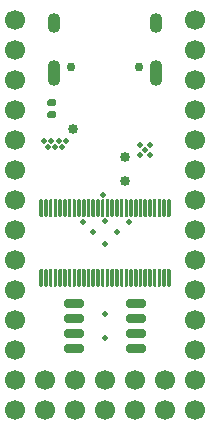
<source format=gbr>
G04 #@! TF.GenerationSoftware,KiCad,Pcbnew,5.1.9-1.fc33*
G04 #@! TF.CreationDate,2021-03-04T21:04:25+01:00*
G04 #@! TF.ProjectId,reDIP-SID,72654449-502d-4534-9944-2e6b69636164,0.1*
G04 #@! TF.SameCoordinates,PX5e28010PY8011a50*
G04 #@! TF.FileFunction,Soldermask,Bot*
G04 #@! TF.FilePolarity,Negative*
%FSLAX46Y46*%
G04 Gerber Fmt 4.6, Leading zero omitted, Abs format (unit mm)*
G04 Created by KiCad (PCBNEW 5.1.9-1.fc33) date 2021-03-04 21:04:25*
%MOMM*%
%LPD*%
G01*
G04 APERTURE LIST*
%ADD10C,0.500000*%
%ADD11O,1.100000X2.200000*%
%ADD12C,0.750000*%
%ADD13O,1.100000X1.700000*%
%ADD14C,1.700000*%
%ADD15C,0.850000*%
G04 APERTURE END LIST*
G36*
G01*
X3640000Y13115000D02*
X3640000Y11765000D01*
G75*
G02*
X3565000Y11690000I-75000J0D01*
G01*
X3415000Y11690000D01*
G75*
G02*
X3340000Y11765000I0J75000D01*
G01*
X3340000Y13115000D01*
G75*
G02*
X3415000Y13190000I75000J0D01*
G01*
X3565000Y13190000D01*
G75*
G02*
X3640000Y13115000I0J-75000D01*
G01*
G37*
G36*
G01*
X3640000Y19015000D02*
X3640000Y17665000D01*
G75*
G02*
X3565000Y17590000I-75000J0D01*
G01*
X3415000Y17590000D01*
G75*
G02*
X3340000Y17665000I0J75000D01*
G01*
X3340000Y19015000D01*
G75*
G02*
X3415000Y19090000I75000J0D01*
G01*
X3565000Y19090000D01*
G75*
G02*
X3640000Y19015000I0J-75000D01*
G01*
G37*
G36*
G01*
X4040000Y13115000D02*
X4040000Y11765000D01*
G75*
G02*
X3965000Y11690000I-75000J0D01*
G01*
X3815000Y11690000D01*
G75*
G02*
X3740000Y11765000I0J75000D01*
G01*
X3740000Y13115000D01*
G75*
G02*
X3815000Y13190000I75000J0D01*
G01*
X3965000Y13190000D01*
G75*
G02*
X4040000Y13115000I0J-75000D01*
G01*
G37*
G36*
G01*
X4040000Y19015000D02*
X4040000Y17665000D01*
G75*
G02*
X3965000Y17590000I-75000J0D01*
G01*
X3815000Y17590000D01*
G75*
G02*
X3740000Y17665000I0J75000D01*
G01*
X3740000Y19015000D01*
G75*
G02*
X3815000Y19090000I75000J0D01*
G01*
X3965000Y19090000D01*
G75*
G02*
X4040000Y19015000I0J-75000D01*
G01*
G37*
G36*
G01*
X4440000Y13115000D02*
X4440000Y11765000D01*
G75*
G02*
X4365000Y11690000I-75000J0D01*
G01*
X4215000Y11690000D01*
G75*
G02*
X4140000Y11765000I0J75000D01*
G01*
X4140000Y13115000D01*
G75*
G02*
X4215000Y13190000I75000J0D01*
G01*
X4365000Y13190000D01*
G75*
G02*
X4440000Y13115000I0J-75000D01*
G01*
G37*
G36*
G01*
X4440000Y19015000D02*
X4440000Y17665000D01*
G75*
G02*
X4365000Y17590000I-75000J0D01*
G01*
X4215000Y17590000D01*
G75*
G02*
X4140000Y17665000I0J75000D01*
G01*
X4140000Y19015000D01*
G75*
G02*
X4215000Y19090000I75000J0D01*
G01*
X4365000Y19090000D01*
G75*
G02*
X4440000Y19015000I0J-75000D01*
G01*
G37*
G36*
G01*
X4840000Y13115000D02*
X4840000Y11765000D01*
G75*
G02*
X4765000Y11690000I-75000J0D01*
G01*
X4615000Y11690000D01*
G75*
G02*
X4540000Y11765000I0J75000D01*
G01*
X4540000Y13115000D01*
G75*
G02*
X4615000Y13190000I75000J0D01*
G01*
X4765000Y13190000D01*
G75*
G02*
X4840000Y13115000I0J-75000D01*
G01*
G37*
G36*
G01*
X4840000Y19015000D02*
X4840000Y17665000D01*
G75*
G02*
X4765000Y17590000I-75000J0D01*
G01*
X4615000Y17590000D01*
G75*
G02*
X4540000Y17665000I0J75000D01*
G01*
X4540000Y19015000D01*
G75*
G02*
X4615000Y19090000I75000J0D01*
G01*
X4765000Y19090000D01*
G75*
G02*
X4840000Y19015000I0J-75000D01*
G01*
G37*
G36*
G01*
X5240000Y13115000D02*
X5240000Y11765000D01*
G75*
G02*
X5165000Y11690000I-75000J0D01*
G01*
X5015000Y11690000D01*
G75*
G02*
X4940000Y11765000I0J75000D01*
G01*
X4940000Y13115000D01*
G75*
G02*
X5015000Y13190000I75000J0D01*
G01*
X5165000Y13190000D01*
G75*
G02*
X5240000Y13115000I0J-75000D01*
G01*
G37*
G36*
G01*
X5240000Y19015000D02*
X5240000Y17665000D01*
G75*
G02*
X5165000Y17590000I-75000J0D01*
G01*
X5015000Y17590000D01*
G75*
G02*
X4940000Y17665000I0J75000D01*
G01*
X4940000Y19015000D01*
G75*
G02*
X5015000Y19090000I75000J0D01*
G01*
X5165000Y19090000D01*
G75*
G02*
X5240000Y19015000I0J-75000D01*
G01*
G37*
G36*
G01*
X5640000Y13115000D02*
X5640000Y11765000D01*
G75*
G02*
X5565000Y11690000I-75000J0D01*
G01*
X5415000Y11690000D01*
G75*
G02*
X5340000Y11765000I0J75000D01*
G01*
X5340000Y13115000D01*
G75*
G02*
X5415000Y13190000I75000J0D01*
G01*
X5565000Y13190000D01*
G75*
G02*
X5640000Y13115000I0J-75000D01*
G01*
G37*
G36*
G01*
X5640000Y19015000D02*
X5640000Y17665000D01*
G75*
G02*
X5565000Y17590000I-75000J0D01*
G01*
X5415000Y17590000D01*
G75*
G02*
X5340000Y17665000I0J75000D01*
G01*
X5340000Y19015000D01*
G75*
G02*
X5415000Y19090000I75000J0D01*
G01*
X5565000Y19090000D01*
G75*
G02*
X5640000Y19015000I0J-75000D01*
G01*
G37*
G36*
G01*
X6040000Y13115000D02*
X6040000Y11765000D01*
G75*
G02*
X5965000Y11690000I-75000J0D01*
G01*
X5815000Y11690000D01*
G75*
G02*
X5740000Y11765000I0J75000D01*
G01*
X5740000Y13115000D01*
G75*
G02*
X5815000Y13190000I75000J0D01*
G01*
X5965000Y13190000D01*
G75*
G02*
X6040000Y13115000I0J-75000D01*
G01*
G37*
G36*
G01*
X6040000Y19015000D02*
X6040000Y17665000D01*
G75*
G02*
X5965000Y17590000I-75000J0D01*
G01*
X5815000Y17590000D01*
G75*
G02*
X5740000Y17665000I0J75000D01*
G01*
X5740000Y19015000D01*
G75*
G02*
X5815000Y19090000I75000J0D01*
G01*
X5965000Y19090000D01*
G75*
G02*
X6040000Y19015000I0J-75000D01*
G01*
G37*
G36*
G01*
X6440000Y13115000D02*
X6440000Y11765000D01*
G75*
G02*
X6365000Y11690000I-75000J0D01*
G01*
X6215000Y11690000D01*
G75*
G02*
X6140000Y11765000I0J75000D01*
G01*
X6140000Y13115000D01*
G75*
G02*
X6215000Y13190000I75000J0D01*
G01*
X6365000Y13190000D01*
G75*
G02*
X6440000Y13115000I0J-75000D01*
G01*
G37*
G36*
G01*
X6440000Y19015000D02*
X6440000Y17665000D01*
G75*
G02*
X6365000Y17590000I-75000J0D01*
G01*
X6215000Y17590000D01*
G75*
G02*
X6140000Y17665000I0J75000D01*
G01*
X6140000Y19015000D01*
G75*
G02*
X6215000Y19090000I75000J0D01*
G01*
X6365000Y19090000D01*
G75*
G02*
X6440000Y19015000I0J-75000D01*
G01*
G37*
G36*
G01*
X6840000Y13115000D02*
X6840000Y11765000D01*
G75*
G02*
X6765000Y11690000I-75000J0D01*
G01*
X6615000Y11690000D01*
G75*
G02*
X6540000Y11765000I0J75000D01*
G01*
X6540000Y13115000D01*
G75*
G02*
X6615000Y13190000I75000J0D01*
G01*
X6765000Y13190000D01*
G75*
G02*
X6840000Y13115000I0J-75000D01*
G01*
G37*
G36*
G01*
X6840000Y19015000D02*
X6840000Y17665000D01*
G75*
G02*
X6765000Y17590000I-75000J0D01*
G01*
X6615000Y17590000D01*
G75*
G02*
X6540000Y17665000I0J75000D01*
G01*
X6540000Y19015000D01*
G75*
G02*
X6615000Y19090000I75000J0D01*
G01*
X6765000Y19090000D01*
G75*
G02*
X6840000Y19015000I0J-75000D01*
G01*
G37*
G36*
G01*
X7240000Y13115000D02*
X7240000Y11765000D01*
G75*
G02*
X7165000Y11690000I-75000J0D01*
G01*
X7015000Y11690000D01*
G75*
G02*
X6940000Y11765000I0J75000D01*
G01*
X6940000Y13115000D01*
G75*
G02*
X7015000Y13190000I75000J0D01*
G01*
X7165000Y13190000D01*
G75*
G02*
X7240000Y13115000I0J-75000D01*
G01*
G37*
G36*
G01*
X7240000Y19015000D02*
X7240000Y17665000D01*
G75*
G02*
X7165000Y17590000I-75000J0D01*
G01*
X7015000Y17590000D01*
G75*
G02*
X6940000Y17665000I0J75000D01*
G01*
X6940000Y19015000D01*
G75*
G02*
X7015000Y19090000I75000J0D01*
G01*
X7165000Y19090000D01*
G75*
G02*
X7240000Y19015000I0J-75000D01*
G01*
G37*
G36*
G01*
X7640000Y13115000D02*
X7640000Y11765000D01*
G75*
G02*
X7565000Y11690000I-75000J0D01*
G01*
X7415000Y11690000D01*
G75*
G02*
X7340000Y11765000I0J75000D01*
G01*
X7340000Y13115000D01*
G75*
G02*
X7415000Y13190000I75000J0D01*
G01*
X7565000Y13190000D01*
G75*
G02*
X7640000Y13115000I0J-75000D01*
G01*
G37*
G36*
G01*
X7640000Y19015000D02*
X7640000Y17665000D01*
G75*
G02*
X7565000Y17590000I-75000J0D01*
G01*
X7415000Y17590000D01*
G75*
G02*
X7340000Y17665000I0J75000D01*
G01*
X7340000Y19015000D01*
G75*
G02*
X7415000Y19090000I75000J0D01*
G01*
X7565000Y19090000D01*
G75*
G02*
X7640000Y19015000I0J-75000D01*
G01*
G37*
G36*
G01*
X8040000Y13115000D02*
X8040000Y11765000D01*
G75*
G02*
X7965000Y11690000I-75000J0D01*
G01*
X7815000Y11690000D01*
G75*
G02*
X7740000Y11765000I0J75000D01*
G01*
X7740000Y13115000D01*
G75*
G02*
X7815000Y13190000I75000J0D01*
G01*
X7965000Y13190000D01*
G75*
G02*
X8040000Y13115000I0J-75000D01*
G01*
G37*
G36*
G01*
X8040000Y19015000D02*
X8040000Y17665000D01*
G75*
G02*
X7965000Y17590000I-75000J0D01*
G01*
X7815000Y17590000D01*
G75*
G02*
X7740000Y17665000I0J75000D01*
G01*
X7740000Y19015000D01*
G75*
G02*
X7815000Y19090000I75000J0D01*
G01*
X7965000Y19090000D01*
G75*
G02*
X8040000Y19015000I0J-75000D01*
G01*
G37*
G36*
G01*
X8440000Y13115000D02*
X8440000Y11765000D01*
G75*
G02*
X8365000Y11690000I-75000J0D01*
G01*
X8215000Y11690000D01*
G75*
G02*
X8140000Y11765000I0J75000D01*
G01*
X8140000Y13115000D01*
G75*
G02*
X8215000Y13190000I75000J0D01*
G01*
X8365000Y13190000D01*
G75*
G02*
X8440000Y13115000I0J-75000D01*
G01*
G37*
G36*
G01*
X8440000Y19015000D02*
X8440000Y17665000D01*
G75*
G02*
X8365000Y17590000I-75000J0D01*
G01*
X8215000Y17590000D01*
G75*
G02*
X8140000Y17665000I0J75000D01*
G01*
X8140000Y19015000D01*
G75*
G02*
X8215000Y19090000I75000J0D01*
G01*
X8365000Y19090000D01*
G75*
G02*
X8440000Y19015000I0J-75000D01*
G01*
G37*
G36*
G01*
X8840000Y13115000D02*
X8840000Y11765000D01*
G75*
G02*
X8765000Y11690000I-75000J0D01*
G01*
X8615000Y11690000D01*
G75*
G02*
X8540000Y11765000I0J75000D01*
G01*
X8540000Y13115000D01*
G75*
G02*
X8615000Y13190000I75000J0D01*
G01*
X8765000Y13190000D01*
G75*
G02*
X8840000Y13115000I0J-75000D01*
G01*
G37*
G36*
G01*
X8840000Y19015000D02*
X8840000Y17665000D01*
G75*
G02*
X8765000Y17590000I-75000J0D01*
G01*
X8615000Y17590000D01*
G75*
G02*
X8540000Y17665000I0J75000D01*
G01*
X8540000Y19015000D01*
G75*
G02*
X8615000Y19090000I75000J0D01*
G01*
X8765000Y19090000D01*
G75*
G02*
X8840000Y19015000I0J-75000D01*
G01*
G37*
G36*
G01*
X9240000Y13115000D02*
X9240000Y11765000D01*
G75*
G02*
X9165000Y11690000I-75000J0D01*
G01*
X9015000Y11690000D01*
G75*
G02*
X8940000Y11765000I0J75000D01*
G01*
X8940000Y13115000D01*
G75*
G02*
X9015000Y13190000I75000J0D01*
G01*
X9165000Y13190000D01*
G75*
G02*
X9240000Y13115000I0J-75000D01*
G01*
G37*
G36*
G01*
X9240000Y19015000D02*
X9240000Y17665000D01*
G75*
G02*
X9165000Y17590000I-75000J0D01*
G01*
X9015000Y17590000D01*
G75*
G02*
X8940000Y17665000I0J75000D01*
G01*
X8940000Y19015000D01*
G75*
G02*
X9015000Y19090000I75000J0D01*
G01*
X9165000Y19090000D01*
G75*
G02*
X9240000Y19015000I0J-75000D01*
G01*
G37*
G36*
G01*
X9640000Y13115000D02*
X9640000Y11765000D01*
G75*
G02*
X9565000Y11690000I-75000J0D01*
G01*
X9415000Y11690000D01*
G75*
G02*
X9340000Y11765000I0J75000D01*
G01*
X9340000Y13115000D01*
G75*
G02*
X9415000Y13190000I75000J0D01*
G01*
X9565000Y13190000D01*
G75*
G02*
X9640000Y13115000I0J-75000D01*
G01*
G37*
G36*
G01*
X9640000Y19015000D02*
X9640000Y17665000D01*
G75*
G02*
X9565000Y17590000I-75000J0D01*
G01*
X9415000Y17590000D01*
G75*
G02*
X9340000Y17665000I0J75000D01*
G01*
X9340000Y19015000D01*
G75*
G02*
X9415000Y19090000I75000J0D01*
G01*
X9565000Y19090000D01*
G75*
G02*
X9640000Y19015000I0J-75000D01*
G01*
G37*
G36*
G01*
X10040000Y13115000D02*
X10040000Y11765000D01*
G75*
G02*
X9965000Y11690000I-75000J0D01*
G01*
X9815000Y11690000D01*
G75*
G02*
X9740000Y11765000I0J75000D01*
G01*
X9740000Y13115000D01*
G75*
G02*
X9815000Y13190000I75000J0D01*
G01*
X9965000Y13190000D01*
G75*
G02*
X10040000Y13115000I0J-75000D01*
G01*
G37*
G36*
G01*
X10040000Y19015000D02*
X10040000Y17665000D01*
G75*
G02*
X9965000Y17590000I-75000J0D01*
G01*
X9815000Y17590000D01*
G75*
G02*
X9740000Y17665000I0J75000D01*
G01*
X9740000Y19015000D01*
G75*
G02*
X9815000Y19090000I75000J0D01*
G01*
X9965000Y19090000D01*
G75*
G02*
X10040000Y19015000I0J-75000D01*
G01*
G37*
G36*
G01*
X10440000Y13115000D02*
X10440000Y11765000D01*
G75*
G02*
X10365000Y11690000I-75000J0D01*
G01*
X10215000Y11690000D01*
G75*
G02*
X10140000Y11765000I0J75000D01*
G01*
X10140000Y13115000D01*
G75*
G02*
X10215000Y13190000I75000J0D01*
G01*
X10365000Y13190000D01*
G75*
G02*
X10440000Y13115000I0J-75000D01*
G01*
G37*
G36*
G01*
X10440000Y19015000D02*
X10440000Y17665000D01*
G75*
G02*
X10365000Y17590000I-75000J0D01*
G01*
X10215000Y17590000D01*
G75*
G02*
X10140000Y17665000I0J75000D01*
G01*
X10140000Y19015000D01*
G75*
G02*
X10215000Y19090000I75000J0D01*
G01*
X10365000Y19090000D01*
G75*
G02*
X10440000Y19015000I0J-75000D01*
G01*
G37*
G36*
G01*
X10840000Y13115000D02*
X10840000Y11765000D01*
G75*
G02*
X10765000Y11690000I-75000J0D01*
G01*
X10615000Y11690000D01*
G75*
G02*
X10540000Y11765000I0J75000D01*
G01*
X10540000Y13115000D01*
G75*
G02*
X10615000Y13190000I75000J0D01*
G01*
X10765000Y13190000D01*
G75*
G02*
X10840000Y13115000I0J-75000D01*
G01*
G37*
G36*
G01*
X10840000Y19015000D02*
X10840000Y17665000D01*
G75*
G02*
X10765000Y17590000I-75000J0D01*
G01*
X10615000Y17590000D01*
G75*
G02*
X10540000Y17665000I0J75000D01*
G01*
X10540000Y19015000D01*
G75*
G02*
X10615000Y19090000I75000J0D01*
G01*
X10765000Y19090000D01*
G75*
G02*
X10840000Y19015000I0J-75000D01*
G01*
G37*
G36*
G01*
X11240000Y13115000D02*
X11240000Y11765000D01*
G75*
G02*
X11165000Y11690000I-75000J0D01*
G01*
X11015000Y11690000D01*
G75*
G02*
X10940000Y11765000I0J75000D01*
G01*
X10940000Y13115000D01*
G75*
G02*
X11015000Y13190000I75000J0D01*
G01*
X11165000Y13190000D01*
G75*
G02*
X11240000Y13115000I0J-75000D01*
G01*
G37*
G36*
G01*
X11240000Y19015000D02*
X11240000Y17665000D01*
G75*
G02*
X11165000Y17590000I-75000J0D01*
G01*
X11015000Y17590000D01*
G75*
G02*
X10940000Y17665000I0J75000D01*
G01*
X10940000Y19015000D01*
G75*
G02*
X11015000Y19090000I75000J0D01*
G01*
X11165000Y19090000D01*
G75*
G02*
X11240000Y19015000I0J-75000D01*
G01*
G37*
G36*
G01*
X11640000Y13115000D02*
X11640000Y11765000D01*
G75*
G02*
X11565000Y11690000I-75000J0D01*
G01*
X11415000Y11690000D01*
G75*
G02*
X11340000Y11765000I0J75000D01*
G01*
X11340000Y13115000D01*
G75*
G02*
X11415000Y13190000I75000J0D01*
G01*
X11565000Y13190000D01*
G75*
G02*
X11640000Y13115000I0J-75000D01*
G01*
G37*
G36*
G01*
X11640000Y19015000D02*
X11640000Y17665000D01*
G75*
G02*
X11565000Y17590000I-75000J0D01*
G01*
X11415000Y17590000D01*
G75*
G02*
X11340000Y17665000I0J75000D01*
G01*
X11340000Y19015000D01*
G75*
G02*
X11415000Y19090000I75000J0D01*
G01*
X11565000Y19090000D01*
G75*
G02*
X11640000Y19015000I0J-75000D01*
G01*
G37*
G36*
G01*
X12040000Y13115000D02*
X12040000Y11765000D01*
G75*
G02*
X11965000Y11690000I-75000J0D01*
G01*
X11815000Y11690000D01*
G75*
G02*
X11740000Y11765000I0J75000D01*
G01*
X11740000Y13115000D01*
G75*
G02*
X11815000Y13190000I75000J0D01*
G01*
X11965000Y13190000D01*
G75*
G02*
X12040000Y13115000I0J-75000D01*
G01*
G37*
G36*
G01*
X12040000Y19015000D02*
X12040000Y17665000D01*
G75*
G02*
X11965000Y17590000I-75000J0D01*
G01*
X11815000Y17590000D01*
G75*
G02*
X11740000Y17665000I0J75000D01*
G01*
X11740000Y19015000D01*
G75*
G02*
X11815000Y19090000I75000J0D01*
G01*
X11965000Y19090000D01*
G75*
G02*
X12040000Y19015000I0J-75000D01*
G01*
G37*
G36*
G01*
X12440000Y13115000D02*
X12440000Y11765000D01*
G75*
G02*
X12365000Y11690000I-75000J0D01*
G01*
X12215000Y11690000D01*
G75*
G02*
X12140000Y11765000I0J75000D01*
G01*
X12140000Y13115000D01*
G75*
G02*
X12215000Y13190000I75000J0D01*
G01*
X12365000Y13190000D01*
G75*
G02*
X12440000Y13115000I0J-75000D01*
G01*
G37*
G36*
G01*
X12440000Y19015000D02*
X12440000Y17665000D01*
G75*
G02*
X12365000Y17590000I-75000J0D01*
G01*
X12215000Y17590000D01*
G75*
G02*
X12140000Y17665000I0J75000D01*
G01*
X12140000Y19015000D01*
G75*
G02*
X12215000Y19090000I75000J0D01*
G01*
X12365000Y19090000D01*
G75*
G02*
X12440000Y19015000I0J-75000D01*
G01*
G37*
G36*
G01*
X12840000Y13115000D02*
X12840000Y11765000D01*
G75*
G02*
X12765000Y11690000I-75000J0D01*
G01*
X12615000Y11690000D01*
G75*
G02*
X12540000Y11765000I0J75000D01*
G01*
X12540000Y13115000D01*
G75*
G02*
X12615000Y13190000I75000J0D01*
G01*
X12765000Y13190000D01*
G75*
G02*
X12840000Y13115000I0J-75000D01*
G01*
G37*
G36*
G01*
X12840000Y19015000D02*
X12840000Y17665000D01*
G75*
G02*
X12765000Y17590000I-75000J0D01*
G01*
X12615000Y17590000D01*
G75*
G02*
X12540000Y17665000I0J75000D01*
G01*
X12540000Y19015000D01*
G75*
G02*
X12615000Y19090000I75000J0D01*
G01*
X12765000Y19090000D01*
G75*
G02*
X12840000Y19015000I0J-75000D01*
G01*
G37*
G36*
G01*
X13240000Y13115000D02*
X13240000Y11765000D01*
G75*
G02*
X13165000Y11690000I-75000J0D01*
G01*
X13015000Y11690000D01*
G75*
G02*
X12940000Y11765000I0J75000D01*
G01*
X12940000Y13115000D01*
G75*
G02*
X13015000Y13190000I75000J0D01*
G01*
X13165000Y13190000D01*
G75*
G02*
X13240000Y13115000I0J-75000D01*
G01*
G37*
G36*
G01*
X13240000Y19015000D02*
X13240000Y17665000D01*
G75*
G02*
X13165000Y17590000I-75000J0D01*
G01*
X13015000Y17590000D01*
G75*
G02*
X12940000Y17665000I0J75000D01*
G01*
X12940000Y19015000D01*
G75*
G02*
X13015000Y19090000I75000J0D01*
G01*
X13165000Y19090000D01*
G75*
G02*
X13240000Y19015000I0J-75000D01*
G01*
G37*
G36*
G01*
X13640000Y13115000D02*
X13640000Y11765000D01*
G75*
G02*
X13565000Y11690000I-75000J0D01*
G01*
X13415000Y11690000D01*
G75*
G02*
X13340000Y11765000I0J75000D01*
G01*
X13340000Y13115000D01*
G75*
G02*
X13415000Y13190000I75000J0D01*
G01*
X13565000Y13190000D01*
G75*
G02*
X13640000Y13115000I0J-75000D01*
G01*
G37*
G36*
G01*
X13640000Y19015000D02*
X13640000Y17665000D01*
G75*
G02*
X13565000Y17590000I-75000J0D01*
G01*
X13415000Y17590000D01*
G75*
G02*
X13340000Y17665000I0J75000D01*
G01*
X13340000Y19015000D01*
G75*
G02*
X13415000Y19090000I75000J0D01*
G01*
X13565000Y19090000D01*
G75*
G02*
X13640000Y19015000I0J-75000D01*
G01*
G37*
G36*
G01*
X14040000Y13115000D02*
X14040000Y11765000D01*
G75*
G02*
X13965000Y11690000I-75000J0D01*
G01*
X13815000Y11690000D01*
G75*
G02*
X13740000Y11765000I0J75000D01*
G01*
X13740000Y13115000D01*
G75*
G02*
X13815000Y13190000I75000J0D01*
G01*
X13965000Y13190000D01*
G75*
G02*
X14040000Y13115000I0J-75000D01*
G01*
G37*
G36*
G01*
X14040000Y19015000D02*
X14040000Y17665000D01*
G75*
G02*
X13965000Y17590000I-75000J0D01*
G01*
X13815000Y17590000D01*
G75*
G02*
X13740000Y17665000I0J75000D01*
G01*
X13740000Y19015000D01*
G75*
G02*
X13815000Y19090000I75000J0D01*
G01*
X13965000Y19090000D01*
G75*
G02*
X14040000Y19015000I0J-75000D01*
G01*
G37*
G36*
G01*
X14440000Y13115000D02*
X14440000Y11765000D01*
G75*
G02*
X14365000Y11690000I-75000J0D01*
G01*
X14215000Y11690000D01*
G75*
G02*
X14140000Y11765000I0J75000D01*
G01*
X14140000Y13115000D01*
G75*
G02*
X14215000Y13190000I75000J0D01*
G01*
X14365000Y13190000D01*
G75*
G02*
X14440000Y13115000I0J-75000D01*
G01*
G37*
G36*
G01*
X14440000Y19015000D02*
X14440000Y17665000D01*
G75*
G02*
X14365000Y17590000I-75000J0D01*
G01*
X14215000Y17590000D01*
G75*
G02*
X14140000Y17665000I0J75000D01*
G01*
X14140000Y19015000D01*
G75*
G02*
X14215000Y19090000I75000J0D01*
G01*
X14365000Y19090000D01*
G75*
G02*
X14440000Y19015000I0J-75000D01*
G01*
G37*
D10*
X12270000Y23250000D03*
G36*
G01*
X4160000Y26570000D02*
X4580000Y26570000D01*
G75*
G02*
X4740000Y26410000I0J-160000D01*
G01*
X4740000Y26090000D01*
G75*
G02*
X4580000Y25930000I-160000J0D01*
G01*
X4160000Y25930000D01*
G75*
G02*
X4000000Y26090000I0J160000D01*
G01*
X4000000Y26410000D01*
G75*
G02*
X4160000Y26570000I160000J0D01*
G01*
G37*
G36*
G01*
X4160000Y27590000D02*
X4580000Y27590000D01*
G75*
G02*
X4740000Y27430000I0J-160000D01*
G01*
X4740000Y27110000D01*
G75*
G02*
X4580000Y26950000I-160000J0D01*
G01*
X4160000Y26950000D01*
G75*
G02*
X4000000Y27110000I0J160000D01*
G01*
X4000000Y27430000D01*
G75*
G02*
X4160000Y27590000I160000J0D01*
G01*
G37*
D11*
X4570000Y29790000D03*
X13210000Y29790000D03*
D12*
X11780000Y30320000D03*
D13*
X13210000Y33970000D03*
D12*
X6000000Y30320000D03*
D13*
X4570000Y33970000D03*
D10*
X8890000Y7360000D03*
X4650000Y23520000D03*
X4050000Y23520000D03*
X3750000Y24040000D03*
X4350000Y24040000D03*
X4950000Y24040000D03*
X5250000Y23520000D03*
X5550000Y24040000D03*
X7000000Y17180000D03*
X8890000Y9360000D03*
X12700000Y23670000D03*
X11850000Y23680000D03*
X12700000Y22830000D03*
X11850000Y22830000D03*
X8890000Y15290000D03*
X9890000Y16300000D03*
X10900000Y17180000D03*
X8740000Y19450000D03*
X8890000Y17280000D03*
X7900000Y16300000D03*
D14*
X16510000Y1270000D03*
X16510000Y3810000D03*
X16510000Y6350000D03*
X16510000Y8890000D03*
X16510000Y11430000D03*
X16510000Y13970000D03*
X16510000Y16510000D03*
X16510000Y19050000D03*
X16510000Y21590000D03*
X16510000Y24130000D03*
X3810000Y1270000D03*
X3810000Y3810000D03*
X6350000Y1270000D03*
X6350000Y3810000D03*
X8890000Y1270000D03*
X8890000Y3810000D03*
X11430000Y1270000D03*
X11430000Y3810000D03*
X13970000Y1270000D03*
X13970000Y3810000D03*
X1270000Y1270000D03*
X1270000Y3810000D03*
X1270000Y6350000D03*
X1270000Y8890000D03*
X1270000Y11430000D03*
X1270000Y13970000D03*
X1270000Y16510000D03*
X1270000Y19050000D03*
X1270000Y21590000D03*
X1270000Y24130000D03*
G36*
G01*
X10640000Y6280000D02*
X10640000Y6630000D01*
G75*
G02*
X10815000Y6805000I175000J0D01*
G01*
X12215000Y6805000D01*
G75*
G02*
X12390000Y6630000I0J-175000D01*
G01*
X12390000Y6280000D01*
G75*
G02*
X12215000Y6105000I-175000J0D01*
G01*
X10815000Y6105000D01*
G75*
G02*
X10640000Y6280000I0J175000D01*
G01*
G37*
G36*
G01*
X10640000Y7550000D02*
X10640000Y7900000D01*
G75*
G02*
X10815000Y8075000I175000J0D01*
G01*
X12215000Y8075000D01*
G75*
G02*
X12390000Y7900000I0J-175000D01*
G01*
X12390000Y7550000D01*
G75*
G02*
X12215000Y7375000I-175000J0D01*
G01*
X10815000Y7375000D01*
G75*
G02*
X10640000Y7550000I0J175000D01*
G01*
G37*
G36*
G01*
X10640000Y8820000D02*
X10640000Y9170000D01*
G75*
G02*
X10815000Y9345000I175000J0D01*
G01*
X12215000Y9345000D01*
G75*
G02*
X12390000Y9170000I0J-175000D01*
G01*
X12390000Y8820000D01*
G75*
G02*
X12215000Y8645000I-175000J0D01*
G01*
X10815000Y8645000D01*
G75*
G02*
X10640000Y8820000I0J175000D01*
G01*
G37*
G36*
G01*
X10640000Y10090000D02*
X10640000Y10440000D01*
G75*
G02*
X10815000Y10615000I175000J0D01*
G01*
X12215000Y10615000D01*
G75*
G02*
X12390000Y10440000I0J-175000D01*
G01*
X12390000Y10090000D01*
G75*
G02*
X12215000Y9915000I-175000J0D01*
G01*
X10815000Y9915000D01*
G75*
G02*
X10640000Y10090000I0J175000D01*
G01*
G37*
G36*
G01*
X5390000Y10090000D02*
X5390000Y10440000D01*
G75*
G02*
X5565000Y10615000I175000J0D01*
G01*
X6965000Y10615000D01*
G75*
G02*
X7140000Y10440000I0J-175000D01*
G01*
X7140000Y10090000D01*
G75*
G02*
X6965000Y9915000I-175000J0D01*
G01*
X5565000Y9915000D01*
G75*
G02*
X5390000Y10090000I0J175000D01*
G01*
G37*
G36*
G01*
X5390000Y8820000D02*
X5390000Y9170000D01*
G75*
G02*
X5565000Y9345000I175000J0D01*
G01*
X6965000Y9345000D01*
G75*
G02*
X7140000Y9170000I0J-175000D01*
G01*
X7140000Y8820000D01*
G75*
G02*
X6965000Y8645000I-175000J0D01*
G01*
X5565000Y8645000D01*
G75*
G02*
X5390000Y8820000I0J175000D01*
G01*
G37*
G36*
G01*
X5390000Y7550000D02*
X5390000Y7900000D01*
G75*
G02*
X5565000Y8075000I175000J0D01*
G01*
X6965000Y8075000D01*
G75*
G02*
X7140000Y7900000I0J-175000D01*
G01*
X7140000Y7550000D01*
G75*
G02*
X6965000Y7375000I-175000J0D01*
G01*
X5565000Y7375000D01*
G75*
G02*
X5390000Y7550000I0J175000D01*
G01*
G37*
G36*
G01*
X5390000Y6280000D02*
X5390000Y6630000D01*
G75*
G02*
X5565000Y6805000I175000J0D01*
G01*
X6965000Y6805000D01*
G75*
G02*
X7140000Y6630000I0J-175000D01*
G01*
X7140000Y6280000D01*
G75*
G02*
X6965000Y6105000I-175000J0D01*
G01*
X5565000Y6105000D01*
G75*
G02*
X5390000Y6280000I0J175000D01*
G01*
G37*
X16510000Y26670000D03*
X16510000Y29210000D03*
X16510000Y31750000D03*
X16510000Y34290000D03*
X1270000Y26670000D03*
X1270000Y29210000D03*
X1270000Y31750000D03*
X1270000Y34290000D03*
D15*
X10590000Y22670000D03*
X10590000Y20670000D03*
X6190000Y25070000D03*
M02*

</source>
